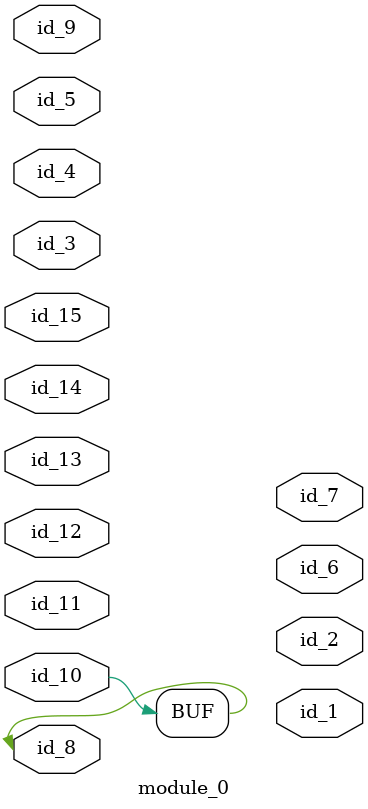
<source format=v>
module module_0 (
    id_1,
    id_2,
    id_3,
    id_4,
    id_5,
    id_6,
    id_7,
    id_8,
    id_9,
    id_10,
    id_11,
    id_12,
    id_13,
    id_14,
    id_15
);
  input id_15;
  input id_14;
  input id_13;
  inout id_12;
  inout id_11;
  inout id_10;
  input id_9;
  inout id_8;
  output id_7;
  output id_6;
  inout id_5;
  input id_4;
  input id_3;
  output id_2;
  output id_1;
  assign id_10 = id_8;
endmodule

</source>
